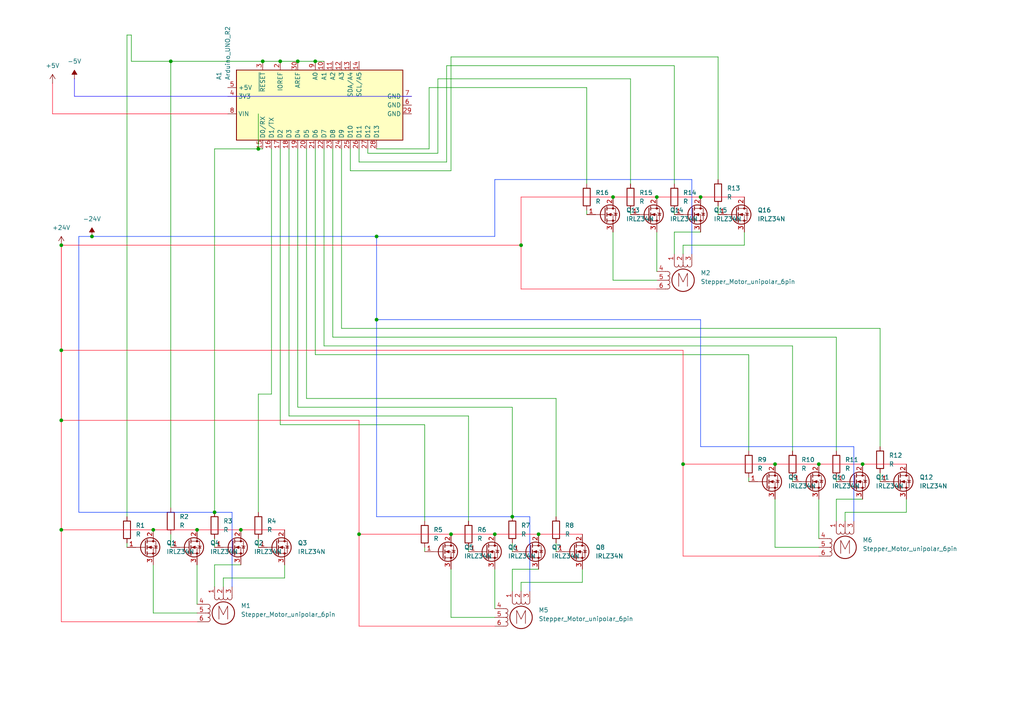
<source format=kicad_sch>
(kicad_sch (version 20250114) (generator "eeschema") (generator_version "9.0")
  (paper "A4")
  (title_block (title "Twiggle Mockup") (date "2025-09-04 @ 15:17") (rev "0.1") (company "Twiggle") (comment 1 "mockup for parts selection") (comment 2 "Prototype by Sebastian Lindau-Skands @lynet101"))
  (lib_symbols
    (symbol "Device:R" (pin_numbers (hide yes)) (pin_names (offset 0))
      (property "Reference" "R" (at 2.032 0 90))
      (property "Value" "R" (at 0 0 90))
      (symbol "R_0_1"
        (rectangle (start -1.016 -2.54) (end 1.016 2.54) (stroke (width 0.254)))
      )
      (symbol "R_1_1"
        (pin passive line (at 0 3.81 270) (length 1.27) (name "~") (number "1"))
        (pin passive line (at 0 -3.81 90) (length 1.27) (name "~") (number "2"))
      )
    )
    (symbol "MCU_Module:Arduino_UNO_R2"
      (property "Reference" "A" (at -10.16 23.495 0))
      (property "Value" "Arduino_UNO_R2" (at 5.08 -26.67 0))
      (symbol "Arduino_UNO_R2_0_1"
        (rectangle (start -10.16 22.86) (end 10.16 -25.4) (stroke (width 0.254)) (fill (type background)))
      )
      (symbol "Arduino_UNO_R2_1_1"
        (pin bidirectional line (at -12.7 15.24 0) (length 2.54) (name "D0/RX") (number "15"))
        (pin bidirectional line (at -12.7 12.7 0) (length 2.54) (name "D1/TX") (number "16"))
        (pin bidirectional line (at -12.7 10.16 0) (length 2.54) (name "D2") (number "17"))
        (pin bidirectional line (at -12.7 7.62 0) (length 2.54) (name "D3") (number "18"))
        (pin bidirectional line (at -12.7 5.08 0) (length 2.54) (name "D4") (number "19"))
        (pin bidirectional line (at -12.7 2.54 0) (length 2.54) (name "D5") (number "20"))
        (pin bidirectional line (at -12.7 0 0) (length 2.54) (name "D6") (number "21"))
        (pin bidirectional line (at -12.7 -2.54 0) (length 2.54) (name "D7") (number "22"))
        (pin bidirectional line (at -12.7 -5.08 0) (length 2.54) (name "D8") (number "23"))
        (pin bidirectional line (at -12.7 -7.62 0) (length 2.54) (name "D9") (number "24"))
        (pin bidirectional line (at -12.7 -10.16 0) (length 2.54) (name "D10") (number "25"))
        (pin bidirectional line (at -12.7 -12.7 0) (length 2.54) (name "D11") (number "26"))
        (pin bidirectional line (at -12.7 -15.24 0) (length 2.54) (name "D12") (number "27"))
        (pin bidirectional line (at -12.7 -17.78 0) (length 2.54) (name "D13") (number "28"))
        (pin no_connect line (at -10.16 -20.32 0) (length 2.54) (hide yes) (name "NC") (number "1"))
        (pin power_in line (at -2.54 25.4 270) (length 2.54) (name "VIN") (number "8"))
        (pin power_in line (at -2.54 -27.94 90) (length 2.54) (name "GND") (number "29"))
        (pin power_in line (at 0 -27.94 90) (length 2.54) (name "GND") (number "6"))
        (pin power_out line (at 2.54 25.4 270) (length 2.54) (name "3V3") (number "4"))
        (pin power_in line (at 2.54 -27.94 90) (length 2.54) (name "GND") (number "7"))
        (pin power_out line (at 5.08 25.4 270) (length 2.54) (name "+5V") (number "5"))
        (pin input line (at 12.7 15.24 180) (length 2.54) (name "~{RESET}") (number "3"))
        (pin output line (at 12.7 10.16 180) (length 2.54) (name "IOREF") (number "2"))
        (pin input line (at 12.7 5.08 180) (length 2.54) (name "AREF") (number "30"))
        (pin bidirectional line (at 12.7 0 180) (length 2.54) (name "A0") (number "9"))
        (pin bidirectional line (at 12.7 -2.54 180) (length 2.54) (name "A1") (number "10"))
        (pin bidirectional line (at 12.7 -5.08 180) (length 2.54) (name "A2") (number "11"))
        (pin bidirectional line (at 12.7 -7.62 180) (length 2.54) (name "A3") (number "12"))
        (pin bidirectional line (at 12.7 -10.16 180) (length 2.54) (name "SDA/A4") (number "13"))
        (pin bidirectional line (at 12.7 -12.7 180) (length 2.54) (name "SCL/A5") (number "14"))
      )
    )
    (symbol "Motor:Stepper_Motor_unipolar_6pin" (pin_names (offset 0) (hide yes))
      (property "Reference" "M" (at 3.81 2.54 0))
      (property "Value" "Stepper_Motor_unipolar_6pin" (at 3.81 1.27 0))
      (symbol "Stepper_Motor_unipolar_6pin_0_0"
        (polyline (pts (xy -1.27 -1.778) (xy -1.27 2.032) (xy 0 -0.508) (xy 1.27 2.032) (xy 1.27 -1.778)))
      )
      (symbol "Stepper_Motor_unipolar_6pin_0_1"
        (polyline (pts (xy -5.08 2.54) (xy -4.445 2.54)))
        (polyline (pts (xy -5.08 -2.54) (xy -4.445 -2.54)))
        (arc (start -4.445 2.54) (mid -3.8127 1.905) (end -4.445 1.27))
        (arc (start -4.445 1.27) (mid -3.8127 0.635) (end -4.445 0))
        (arc (start -4.445 0) (mid -3.8127 -0.635) (end -4.445 -1.27))
        (arc (start -4.445 -1.27) (mid -3.8127 -1.905) (end -4.445 -2.54))
        (polyline (pts (xy -4.445 0) (xy -5.08 0)))
        (polyline (pts (xy -2.54 4.445) (xy -2.54 5.08)))
        (arc (start -1.27 4.445) (mid -1.905 3.8127) (end -2.54 4.445))
        (arc (start 0 4.445) (mid -0.635 3.8127) (end -1.27 4.445))
        (polyline (pts (xy 0 4.445) (xy 0 5.08)))
        (circle (center 0 0) (radius 3.2512) (stroke (width 0.254)))
        (arc (start 1.27 4.445) (mid 0.635 3.8127) (end 0 4.445))
        (arc (start 2.54 4.445) (mid 1.905 3.8127) (end 1.27 4.445))
        (polyline (pts (xy 2.54 4.445) (xy 2.54 5.08)))
      )
      (symbol "Stepper_Motor_unipolar_6pin_1_1"
        (pin passive line (at -7.62 2.54 0) (length 2.54) (name "~") (number "4"))
        (pin passive line (at -7.62 0 0) (length 2.54) (name "~") (number "5"))
        (pin passive line (at -7.62 -2.54 0) (length 2.54) (name "~") (number "6"))
        (pin passive line (at -2.54 7.62 270) (length 2.54) (name "~") (number "1"))
        (pin passive line (at 0 7.62 270) (length 2.54) (name "~") (number "2"))
        (pin passive line (at 2.54 7.62 270) (length 2.54) (name "-") (number "3"))
      )
    )
    (symbol "Transistor_FET:IRLZ34N" (pin_names (hide yes))
      (property "Reference" "Q" (at 5.08 1.905 0))
      (property "Value" "IRLZ34N" (at 5.08 0 0))
      (symbol "IRLZ34N_0_1"
        (polyline (pts (xy 0.254 1.905) (xy 0.254 -1.905)) (stroke (width 0.254)))
        (polyline (pts (xy 0.254 0) (xy -2.54 0)))
        (polyline (pts (xy 0.762 2.286) (xy 0.762 1.27)) (stroke (width 0.254)))
        (polyline (pts (xy 0.762 0.508) (xy 0.762 -0.508)) (stroke (width 0.254)))
        (polyline (pts (xy 0.762 -1.27) (xy 0.762 -2.286)) (stroke (width 0.254)))
        (polyline (pts (xy 0.762 -1.778) (xy 3.302 -1.778) (xy 3.302 1.778) (xy 0.762 1.778)))
        (polyline (pts (xy 1.016 0) (xy 2.032 0.381) (xy 2.032 -0.381) (xy 1.016 0)) (fill (type outline)))
        (circle (center 1.651 0) (radius 2.794) (stroke (width 0.254)))
        (polyline (pts (xy 2.54 2.54) (xy 2.54 1.778)))
        (circle (center 2.54 1.778) (radius 0.254) (fill (type outline)))
        (circle (center 2.54 -1.778) (radius 0.254) (fill (type outline)))
        (polyline (pts (xy 2.54 -2.54) (xy 2.54 0) (xy 0.762 0)))
        (polyline (pts (xy 2.794 0.508) (xy 2.921 0.381) (xy 3.683 0.381) (xy 3.81 0.254)))
        (polyline (pts (xy 3.302 0.381) (xy 2.921 -0.254) (xy 3.683 -0.254) (xy 3.302 0.381)))
      )
      (symbol "IRLZ34N_1_1"
        (pin input line (at -5.08 0 0) (length 2.54) (name "G") (number "1"))
        (pin passive line (at 2.54 5.08 270) (length 2.54) (name "D") (number "2"))
        (pin passive line (at 2.54 -5.08 90) (length 2.54) (name "S") (number "3"))
      )
    )
    (symbol "power:+24V" (power) (pin_numbers (hide yes)) (pin_names (offset 0) (hide yes))
      (property "Value" "+24V" (at 0 3.556 0))
      (symbol "+24V_0_1"
        (polyline (pts (xy -0.762 1.27) (xy 0 2.54)))
        (polyline (pts (xy 0 2.54) (xy 0.762 1.27)))
        (polyline (pts (xy 0 0) (xy 0 2.54)))
      )
      (symbol "+24V_1_1"
        (pin power_in line (at 0 0 90) (length 0) (name "~") (number "1"))
      )
    )
    (symbol "power:+5V" (power) (pin_numbers (hide yes)) (pin_names (offset 0) (hide yes))
      (property "Value" "+5V" (at 0 3.556 0))
      (symbol "+5V_0_1"
        (polyline (pts (xy -0.762 1.27) (xy 0 2.54)))
        (polyline (pts (xy 0 2.54) (xy 0.762 1.27)))
        (polyline (pts (xy 0 0) (xy 0 2.54)))
      )
      (symbol "+5V_1_1"
        (pin power_in line (at 0 0 90) (length 0) (name "~") (number "1"))
      )
    )
    (symbol "power:-24V" (power) (pin_numbers (hide yes)) (pin_names (offset 0) (hide yes))
      (property "Value" "-24V" (at 0 3.556 0))
      (symbol "-24V_0_0"
        (pin power_in line (at 0 0 90) (length 0) (name "~") (number "1"))
      )
      (symbol "-24V_0_1"
        (polyline (pts (xy 0 0) (xy 0 1.27) (xy 0.762 1.27) (xy 0 2.54) (xy -0.762 1.27) (xy 0 1.27)) (fill (type outline)))
      )
    )
    (symbol "power:-5V" (power) (pin_numbers (hide yes)) (pin_names (offset 0) (hide yes))
      (property "Value" "-5V" (at 0 3.556 0))
      (symbol "-5V_0_0"
        (pin power_in line (at 0 0 90) (length 0) (name "~") (number "1"))
      )
      (symbol "-5V_0_1"
        (polyline (pts (xy 0 0) (xy 0 1.27) (xy 0.762 1.27) (xy 0 2.54) (xy -0.762 1.27) (xy 0 1.27)) (fill (type outline)))
      )
    )
  )
  (junction (at 198.12 134.62))
  (junction (at 109.22 68.58))
  (junction (at 86.36 17.78))
  (junction (at 62.23 148.59))
  (junction (at 17.78 121.92))
  (junction (at 177.8 57.15))
  (junction (at 17.78 101.6))
  (junction (at 151.13 71.12))
  (junction (at 17.78 153.67))
  (junction (at 237.49 134.62))
  (junction (at 190.5 57.15))
  (junction (at 44.45 153.67))
  (junction (at 224.79 134.62))
  (junction (at 203.2 57.15))
  (junction (at 76.2 17.78))
  (junction (at 91.44 17.78))
  (junction (at 104.14 154.94))
  (junction (at 81.28 17.78))
  (junction (at 130.81 154.94))
  (junction (at 148.59 149.86))
  (junction (at 57.15 153.67))
  (junction (at 49.53 17.78))
  (junction (at 143.51 154.94))
  (junction (at 156.21 154.94))
  (junction (at 26.67 68.58))
  (junction (at 17.78 71.12))
  (junction (at 250.19 134.62))
  (junction (at 109.22 92.71))
  (junction (at 69.85 153.67))
  (junction (at 74.93 43.18))
  (wire (pts (xy 109.22 149.86) (xy 148.59 149.86)) (stroke (width 0) (color 0 50 255 1)))
  (wire (pts (xy 224.79 134.62) (xy 237.49 134.62)) (stroke (width 0) (color 255 22 46 1)))
  (wire (pts (xy 129.54 46.99) (xy 129.54 19.05)))
  (wire (pts (xy 62.23 43.18) (xy 62.23 148.59)))
  (wire (pts (xy 262.89 148.59) (xy 245.11 148.59)))
  (wire (pts (xy 17.78 153.67) (xy 44.45 153.67)) (stroke (width 0) (color 255 22 46 1)))
  (wire (pts (xy 237.49 134.62) (xy 250.19 134.62)) (stroke (width 0) (color 255 22 46 1)))
  (wire (pts (xy 64.77 167.64) (xy 64.77 170.18)))
  (wire (pts (xy 245.11 148.59) (xy 245.11 151.13)))
  (wire (pts (xy 44.45 153.67) (xy 57.15 153.67)) (stroke (width 0) (color 255 22 46 1)))
  (wire (pts (xy 21.59 27.94) (xy 119.38 27.94)) (stroke (width 0) (color 29 17 255 1)))
  (wire (pts (xy 99.06 43.18) (xy 99.06 95.25)))
  (wire (pts (xy 177.8 57.15) (xy 190.5 57.15)) (stroke (width 0) (color 255 22 46 1)))
  (wire (pts (xy 74.93 33.02) (xy 74.93 43.18)))
  (wire (pts (xy 57.15 163.83) (xy 57.15 175.26)))
  (wire (pts (xy 135.89 160.02) (xy 135.89 158.75)))
  (wire (pts (xy 151.13 168.91) (xy 151.13 171.45)))
  (wire (pts (xy 49.53 154.94) (xy 49.53 158.75)))
  (wire (pts (xy 83.82 120.65) (xy 135.89 120.65)))
  (wire (pts (xy 143.51 154.94) (xy 156.21 154.94)) (stroke (width 0) (color 255 22 46 1)))
  (wire (pts (xy 200.66 52.07) (xy 200.66 73.66)) (stroke (width 0) (color 0 50 255 1)))
  (wire (pts (xy 143.51 52.07) (xy 143.51 68.58)) (stroke (width 0) (color 0 50 255 1)))
  (wire (pts (xy 69.85 163.83) (xy 62.23 163.83)))
  (wire (pts (xy 17.78 101.6) (xy 198.12 101.6)) (stroke (width 0) (color 255 22 46 1)))
  (wire (pts (xy 62.23 148.59) (xy 67.31 148.59)) (stroke (width 0) (color 0 50 255 1)))
  (wire (pts (xy 255.27 129.54) (xy 255.27 95.25)))
  (wire (pts (xy 91.44 102.87) (xy 91.44 43.18)))
  (wire (pts (xy 127 44.45) (xy 127 22.86)))
  (wire (pts (xy 135.89 151.13) (xy 135.89 120.65)))
  (wire (pts (xy 36.83 157.48) (xy 36.83 158.75)))
  (wire (pts (xy 203.2 92.71) (xy 203.2 129.54)) (stroke (width 0) (color 0 50 255 1)))
  (wire (pts (xy 124.46 43.18) (xy 124.46 25.4)))
  (wire (pts (xy 237.49 144.78) (xy 237.49 156.21)))
  (wire (pts (xy 208.28 16.51) (xy 208.28 52.07)))
  (wire (pts (xy 242.57 97.79) (xy 96.52 97.79)))
  (wire (pts (xy 86.36 118.11) (xy 86.36 43.18)))
  (wire (pts (xy 62.23 156.21) (xy 62.23 158.75)))
  (wire (pts (xy 15.24 33.02) (xy 15.24 24.13)) (stroke (width 0) (color 255 8 39 1)))
  (wire (pts (xy 36.83 10.16) (xy 38.1 10.16)))
  (wire (pts (xy 250.19 134.62) (xy 262.89 134.62)) (stroke (width 0) (color 255 22 46 1)))
  (wire (pts (xy 104.14 121.92) (xy 104.14 154.94)) (stroke (width 0) (color 255 22 46 1)))
  (wire (pts (xy 148.59 149.86) (xy 148.59 118.11)))
  (wire (pts (xy 250.19 144.78) (xy 242.57 144.78)))
  (wire (pts (xy 82.55 163.83) (xy 82.55 167.64)))
  (wire (pts (xy 156.21 154.94) (xy 168.91 154.94)) (stroke (width 0) (color 255 22 46 1)))
  (wire (pts (xy 123.19 160.02) (xy 123.19 158.75)))
  (wire (pts (xy 130.81 179.07) (xy 143.51 179.07)))
  (wire (pts (xy 203.2 67.31) (xy 195.58 67.31)))
  (wire (pts (xy 93.98 100.33) (xy 229.87 100.33)))
  (wire (pts (xy 22.86 68.58) (xy 22.86 148.59)) (stroke (width 0) (color 0 50 255 1)))
  (wire (pts (xy 242.57 139.7) (xy 242.57 138.43)))
  (wire (pts (xy 237.49 161.29) (xy 198.12 161.29)) (stroke (width 0) (color 255 22 46 1)))
  (wire (pts (xy 44.45 163.83) (xy 44.45 177.8)))
  (wire (pts (xy 57.15 180.34) (xy 17.78 180.34)) (stroke (width 0) (color 255 22 46 1)))
  (wire (pts (xy 101.6 43.18) (xy 101.6 49.53)))
  (wire (pts (xy 195.58 67.31) (xy 195.58 73.66)))
  (wire (pts (xy 151.13 71.12) (xy 151.13 83.82)) (stroke (width 0) (color 255 22 46 1)))
  (wire (pts (xy 124.46 25.4) (xy 170.18 25.4)))
  (wire (pts (xy 66.04 33.02) (xy 15.24 33.02)) (stroke (width 0) (color 255 8 39 1)))
  (wire (pts (xy 26.67 68.58) (xy 109.22 68.58)) (stroke (width 0) (color 0 50 255 1)))
  (wire (pts (xy 62.23 163.83) (xy 62.23 170.18)))
  (wire (pts (xy 198.12 134.62) (xy 224.79 134.62)) (stroke (width 0) (color 255 22 46 1)))
  (wire (pts (xy 190.5 57.15) (xy 203.2 57.15)) (stroke (width 0) (color 255 22 46 1)))
  (wire (pts (xy 217.17 102.87) (xy 91.44 102.87)))
  (wire (pts (xy 123.19 123.19) (xy 81.28 123.19)))
  (wire (pts (xy 62.23 43.18) (xy 74.93 43.18)))
  (wire (pts (xy 151.13 57.15) (xy 151.13 71.12)) (stroke (width 0) (color 255 22 46 1)))
  (wire (pts (xy 38.1 10.16) (xy 38.1 17.78)))
  (wire (pts (xy 104.14 46.99) (xy 129.54 46.99)))
  (wire (pts (xy 36.83 10.16) (xy 36.83 149.86)))
  (wire (pts (xy 38.1 17.78) (xy 49.53 17.78)))
  (wire (pts (xy 17.78 121.92) (xy 17.78 153.67)) (stroke (width 0) (color 255 22 46 1)))
  (wire (pts (xy 17.78 180.34) (xy 17.78 153.67)) (stroke (width 0) (color 255 22 46 1)))
  (wire (pts (xy 170.18 62.23) (xy 170.18 60.96)))
  (wire (pts (xy 255.27 139.7) (xy 255.27 137.16)))
  (wire (pts (xy 156.21 165.1) (xy 148.59 165.1)))
  (wire (pts (xy 195.58 19.05) (xy 195.58 53.34)))
  (wire (pts (xy 93.98 43.18) (xy 93.98 100.33)))
  (wire (pts (xy 88.9 115.57) (xy 161.29 115.57)))
  (wire (pts (xy 109.22 68.58) (xy 109.22 92.71)) (stroke (width 0) (color 0 50 255 1)))
  (wire (pts (xy 247.65 129.54) (xy 247.65 151.13)) (stroke (width 0) (color 0 50 255 1)))
  (wire (pts (xy 106.68 44.45) (xy 127 44.45)))
  (wire (pts (xy 208.28 59.69) (xy 208.28 62.23)))
  (wire (pts (xy 49.53 17.78) (xy 49.53 147.32)))
  (wire (pts (xy 153.67 149.86) (xy 153.67 171.45)) (stroke (width 0) (color 0 50 255 1)))
  (wire (pts (xy 161.29 149.86) (xy 161.29 115.57)))
  (wire (pts (xy 91.44 17.78) (xy 93.98 17.78)))
  (wire (pts (xy 106.68 43.18) (xy 106.68 44.45)))
  (wire (pts (xy 177.8 81.28) (xy 190.5 81.28)))
  (wire (pts (xy 78.74 43.18) (xy 78.74 114.3)))
  (wire (pts (xy 203.2 129.54) (xy 247.65 129.54)) (stroke (width 0) (color 0 50 255 1)))
  (wire (pts (xy 224.79 144.78) (xy 224.79 158.75)))
  (wire (pts (xy 17.78 71.12) (xy 17.78 101.6)) (stroke (width 0) (color 255 22 46 1)))
  (wire (pts (xy 242.57 144.78) (xy 242.57 151.13)))
  (wire (pts (xy 96.52 97.79) (xy 96.52 43.18)))
  (wire (pts (xy 69.85 153.67) (xy 82.55 153.67)) (stroke (width 0) (color 255 22 46 1)))
  (wire (pts (xy 195.58 60.96) (xy 195.58 62.23)))
  (wire (pts (xy 177.8 67.31) (xy 177.8 81.28)))
  (wire (pts (xy 182.88 53.34) (xy 182.88 22.86)))
  (wire (pts (xy 151.13 71.12) (xy 17.78 71.12)) (stroke (width 0) (color 255 22 46 1)))
  (wire (pts (xy 130.81 16.51) (xy 208.28 16.51)))
  (wire (pts (xy 22.86 148.59) (xy 62.23 148.59)) (stroke (width 0) (color 0 50 255 1)))
  (wire (pts (xy 127 22.86) (xy 182.88 22.86)))
  (wire (pts (xy 101.6 49.53) (xy 130.81 49.53)))
  (wire (pts (xy 44.45 177.8) (xy 57.15 177.8)))
  (wire (pts (xy 215.9 71.12) (xy 198.12 71.12)))
  (wire (pts (xy 190.5 67.31) (xy 190.5 78.74)))
  (wire (pts (xy 22.86 68.58) (xy 26.67 68.58)) (stroke (width 0) (color 0 50 255 1)))
  (wire (pts (xy 242.57 130.81) (xy 242.57 97.79)))
  (wire (pts (xy 217.17 130.81) (xy 217.17 102.87)))
  (wire (pts (xy 78.74 114.3) (xy 74.93 114.3)))
  (wire (pts (xy 17.78 71.12) (xy 17.78 101.6)) (stroke (width 0) (color 255 22 46 1)))
  (wire (pts (xy 123.19 151.13) (xy 123.19 123.19)))
  (wire (pts (xy 143.51 165.1) (xy 143.51 176.53)))
  (wire (pts (xy 148.59 160.02) (xy 148.59 157.48)))
  (wire (pts (xy 203.2 57.15) (xy 215.9 57.15)) (stroke (width 0) (color 255 22 46 1)))
  (wire (pts (xy 82.55 167.64) (xy 64.77 167.64)))
  (wire (pts (xy 88.9 43.18) (xy 88.9 115.57)))
  (wire (pts (xy 109.22 92.71) (xy 109.22 149.86)) (stroke (width 0) (color 0 50 255 1)))
  (wire (pts (xy 130.81 154.94) (xy 143.51 154.94)) (stroke (width 0) (color 255 22 46 1)))
  (wire (pts (xy 104.14 154.94) (xy 130.81 154.94)) (stroke (width 0) (color 255 22 46 1)))
  (wire (pts (xy 74.93 158.75) (xy 74.93 156.21)))
  (wire (pts (xy 198.12 161.29) (xy 198.12 134.62)) (stroke (width 0) (color 255 22 46 1)))
  (wire (pts (xy 182.88 62.23) (xy 182.88 60.96)))
  (wire (pts (xy 109.22 92.71) (xy 203.2 92.71)) (stroke (width 0) (color 0 50 255 1)))
  (wire (pts (xy 198.12 101.6) (xy 198.12 134.62)) (stroke (width 0) (color 255 22 46 1)))
  (wire (pts (xy 198.12 71.12) (xy 198.12 73.66)))
  (wire (pts (xy 215.9 67.31) (xy 215.9 71.12)))
  (wire (pts (xy 109.22 43.18) (xy 124.46 43.18)))
  (wire (pts (xy 83.82 43.18) (xy 83.82 120.65)))
  (wire (pts (xy 148.59 149.86) (xy 153.67 149.86)) (stroke (width 0) (color 0 50 255 1)))
  (wire (pts (xy 130.81 165.1) (xy 130.81 179.07)))
  (wire (pts (xy 99.06 95.25) (xy 255.27 95.25)))
  (wire (pts (xy 74.93 148.59) (xy 74.93 114.3)))
  (wire (pts (xy 57.15 153.67) (xy 69.85 153.67)) (stroke (width 0) (color 255 22 46 1)))
  (wire (pts (xy 170.18 53.34) (xy 170.18 25.4)))
  (wire (pts (xy 49.53 17.78) (xy 76.2 17.78)))
  (wire (pts (xy 148.59 165.1) (xy 148.59 171.45)))
  (wire (pts (xy 151.13 57.15) (xy 177.8 57.15)) (stroke (width 0) (color 255 22 46 1)))
  (wire (pts (xy 86.36 17.78) (xy 91.44 17.78)))
  (wire (pts (xy 81.28 17.78) (xy 86.36 17.78)))
  (wire (pts (xy 217.17 139.7) (xy 217.17 138.43)))
  (wire (pts (xy 129.54 19.05) (xy 195.58 19.05)))
  (wire (pts (xy 17.78 101.6) (xy 17.78 121.92)) (stroke (width 0) (color 255 22 46 1)))
  (wire (pts (xy 76.2 17.78) (xy 81.28 17.78)))
  (wire (pts (xy 67.31 148.59) (xy 67.31 170.18)) (stroke (width 0) (color 0 50 255 1)))
  (wire (pts (xy 190.5 83.82) (xy 151.13 83.82)) (stroke (width 0) (color 255 22 46 1)))
  (wire (pts (xy 130.81 49.53) (xy 130.81 16.51)))
  (wire (pts (xy 148.59 118.11) (xy 86.36 118.11)))
  (wire (pts (xy 104.14 181.61) (xy 104.14 154.94)) (stroke (width 0) (color 255 22 46 1)))
  (wire (pts (xy 168.91 165.1) (xy 168.91 168.91)))
  (wire (pts (xy 143.51 52.07) (xy 200.66 52.07)) (stroke (width 0) (color 0 50 255 1)))
  (wire (pts (xy 104.14 121.92) (xy 17.78 121.92)) (stroke (width 0) (color 255 22 46 1)))
  (wire (pts (xy 104.14 43.18) (xy 104.14 46.99)))
  (wire (pts (xy 224.79 158.75) (xy 237.49 158.75)))
  (wire (pts (xy 21.59 27.94) (xy 21.59 22.86)) (stroke (width 0) (color 29 17 255 1)))
  (wire (pts (xy 229.87 139.7) (xy 229.87 138.43)))
  (wire (pts (xy 143.51 181.61) (xy 104.14 181.61)) (stroke (width 0) (color 255 22 46 1)))
  (wire (pts (xy 17.78 101.6) (xy 17.78 121.92)) (stroke (width 0) (color 255 22 46 1)))
  (wire (pts (xy 74.93 43.18) (xy 76.2 43.18)))
  (wire (pts (xy 168.91 168.91) (xy 151.13 168.91)))
  (wire (pts (xy 109.22 68.58) (xy 143.51 68.58)) (stroke (width 0) (color 0 50 255 1)))
  (wire (pts (xy 262.89 144.78) (xy 262.89 148.59)))
  (wire (pts (xy 81.28 123.19) (xy 81.28 43.18)))
  (wire (pts (xy 161.29 160.02) (xy 161.29 157.48)))
  (wire (pts (xy 229.87 130.81) (xy 229.87 100.33)))
  (symbol (lib_id "Transistor_FET:IRLZ34N") (at 153.67 160.02 0) (unit 1)
    (property "Reference" "Q7" (at 160.02 158.7499 0) (effects (justify left)))
    (property "Value" "IRLZ34N" (at 160.02 161.2899 0) (effects (justify left)))
    (property "Footprint" "Package_TO_SOT_THT:TO-220-3_Vertical" (effects (hide yes)))
    (property "Datasheet" "http://www.infineon.com/dgdl/irlz34npbf.pdf?fileId=5546d462533600a40153567206892720" (effects (hide yes)))
    (property "Description" "30A Id, 55V Vds, 35mOhm Rds, N-Channel HEXFET Power MOSFET, TO-220AB" (effects (hide yes)))
  )
  (symbol (lib_id "Transistor_FET:IRLZ34N") (at 140.97 160.02 0) (unit 1)
    (property "Reference" "Q6" (at 147.32 158.7499 0) (effects (justify left)))
    (property "Value" "IRLZ34N" (at 147.32 161.2899 0) (effects (justify left)))
    (property "Footprint" "Package_TO_SOT_THT:TO-220-3_Vertical" (effects (hide yes)))
    (property "Datasheet" "http://www.infineon.com/dgdl/irlz34npbf.pdf?fileId=5546d462533600a40153567206892720" (effects (hide yes)))
    (property "Description" "30A Id, 55V Vds, 35mOhm Rds, N-Channel HEXFET Power MOSFET, TO-220AB" (effects (hide yes)))
  )
  (symbol (lib_id "Motor:Stepper_Motor_unipolar_6pin") (at 198.12 81.28 0) (unit 1)
    (property "Reference" "M2" (at 203.2 79.159 0) (effects (justify left)))
    (property "Value" "Stepper_Motor_unipolar_6pin" (at 203.2 81.699 0) (effects (justify left)))
    (property "Datasheet" "http://www.infineon.com/dgdl/Application-Note-TLE8110EE_driving_UniPolarStepperMotor_V1.1.pdf?fileId=db3a30431be39b97011be5d0aa0a00b0" (effects (hide yes)))
    (property "Description" "6-wire unipolar stepper motor" (effects (hide yes)))
  )
  (symbol (lib_id "Device:R") (at 49.53 151.13 0) (unit 1)
    (property "Reference" "R2" (at 52.07 149.8599 0) (effects (justify left)))
    (property "Value" "R" (at 52.07 152.3999 0) (effects (justify left)))
    (property "Description" "Resistor" (effects (hide yes)))
  )
  (symbol (lib_id "Device:R") (at 135.89 154.94 0) (unit 1)
    (property "Reference" "R6" (at 138.43 153.6699 0) (effects (justify left)))
    (property "Value" "R" (at 138.43 156.2099 0) (effects (justify left)))
    (property "Description" "Resistor" (effects (hide yes)))
  )
  (symbol (lib_id "power:+5V") (at 15.24 24.13 0) (unit 1)
    (property "Reference" "#PWR01" (effects (hide yes)))
    (property "Value" "+5V" (at 15.24 19.05 0))
    (property "Description" "Power symbol creates a global label with name \"+5V\"" (effects (hide yes)))
  )
  (symbol (lib_id "Transistor_FET:IRLZ34N") (at 166.37 160.02 0) (unit 1)
    (property "Reference" "Q8" (at 172.72 158.7499 0) (effects (justify left)))
    (property "Value" "IRLZ34N" (at 172.72 161.2899 0) (effects (justify left)))
    (property "Footprint" "Package_TO_SOT_THT:TO-220-3_Vertical" (effects (hide yes)))
    (property "Datasheet" "http://www.infineon.com/dgdl/irlz34npbf.pdf?fileId=5546d462533600a40153567206892720" (effects (hide yes)))
    (property "Description" "30A Id, 55V Vds, 35mOhm Rds, N-Channel HEXFET Power MOSFET, TO-220AB" (effects (hide yes)))
  )
  (symbol (lib_id "Device:R") (at 182.88 57.15 0) (unit 1)
    (property "Reference" "R15" (at 185.42 55.8799 0) (effects (justify left)))
    (property "Value" "R" (at 185.42 58.4199 0) (effects (justify left)))
    (property "Description" "Resistor" (effects (hide yes)))
  )
  (symbol (lib_id "Device:R") (at 161.29 153.67 0) (unit 1)
    (property "Reference" "R8" (at 163.83 152.3999 0) (effects (justify left)))
    (property "Value" "R" (at 163.83 154.9399 0) (effects (justify left)))
    (property "Description" "Resistor" (effects (hide yes)))
  )
  (symbol (lib_id "power:-5V") (at 21.59 22.86 0) (unit 1)
    (property "Reference" "#PWR04" (effects (hide yes)))
    (property "Value" "-5V" (at 21.59 17.78 0))
    (property "Description" "Power symbol creates a global label with name \"-5V\"" (effects (hide yes)))
  )
  (symbol (lib_id "Device:R") (at 36.83 153.67 0) (unit 1)
    (property "Reference" "R1" (at 39.37 152.3999 0) (effects (justify left)))
    (property "Value" "R" (at 39.37 154.9399 0) (effects (justify left)))
    (property "Description" "Resistor" (effects (hide yes)))
  )
  (symbol (lib_id "Transistor_FET:IRLZ34N") (at 41.91 158.75 0) (unit 1)
    (property "Reference" "Q1" (at 48.26 157.4799 0) (effects (justify left)))
    (property "Value" "IRLZ34N" (at 48.26 160.0199 0) (effects (justify left)))
    (property "Footprint" "Package_TO_SOT_THT:TO-220-3_Vertical" (effects (hide yes)))
    (property "Datasheet" "http://www.infineon.com/dgdl/irlz34npbf.pdf?fileId=5546d462533600a40153567206892720" (effects (hide yes)))
    (property "Description" "30A Id, 55V Vds, 35mOhm Rds, N-Channel HEXFET Power MOSFET, TO-220AB" (effects (hide yes)))
  )
  (symbol (lib_id "Device:R") (at 123.19 154.94 0) (unit 1)
    (property "Reference" "R5" (at 125.73 153.6699 0) (effects (justify left)))
    (property "Value" "R" (at 125.73 156.2099 0) (effects (justify left)))
    (property "Description" "Resistor" (effects (hide yes)))
  )
  (symbol (lib_id "Transistor_FET:IRLZ34N") (at 222.25 139.7 0) (unit 1)
    (property "Reference" "Q9" (at 228.6 138.4299 0) (effects (justify left)))
    (property "Value" "IRLZ34N" (at 228.6 140.9699 0) (effects (justify left)))
    (property "Footprint" "Package_TO_SOT_THT:TO-220-3_Vertical" (effects (hide yes)))
    (property "Datasheet" "http://www.infineon.com/dgdl/irlz34npbf.pdf?fileId=5546d462533600a40153567206892720" (effects (hide yes)))
    (property "Description" "30A Id, 55V Vds, 35mOhm Rds, N-Channel HEXFET Power MOSFET, TO-220AB" (effects (hide yes)))
  )
  (symbol (lib_id "Transistor_FET:IRLZ34N") (at 200.66 62.23 0) (unit 1)
    (property "Reference" "Q15" (at 207.01 60.9599 0) (effects (justify left)))
    (property "Value" "IRLZ34N" (at 207.01 63.4999 0) (effects (justify left)))
    (property "Footprint" "Package_TO_SOT_THT:TO-220-3_Vertical" (effects (hide yes)))
    (property "Datasheet" "http://www.infineon.com/dgdl/irlz34npbf.pdf?fileId=5546d462533600a40153567206892720" (effects (hide yes)))
    (property "Description" "30A Id, 55V Vds, 35mOhm Rds, N-Channel HEXFET Power MOSFET, TO-220AB" (effects (hide yes)))
  )
  (symbol (lib_id "Transistor_FET:IRLZ34N") (at 247.65 139.7 0) (unit 1)
    (property "Reference" "Q11" (at 254 138.4299 0) (effects (justify left)))
    (property "Value" "IRLZ34N" (at 254 140.9699 0) (effects (justify left)))
    (property "Footprint" "Package_TO_SOT_THT:TO-220-3_Vertical" (effects (hide yes)))
    (property "Datasheet" "http://www.infineon.com/dgdl/irlz34npbf.pdf?fileId=5546d462533600a40153567206892720" (effects (hide yes)))
    (property "Description" "30A Id, 55V Vds, 35mOhm Rds, N-Channel HEXFET Power MOSFET, TO-220AB" (effects (hide yes)))
  )
  (symbol (lib_id "Motor:Stepper_Motor_unipolar_6pin") (at 151.13 179.07 0) (unit 1)
    (property "Reference" "M5" (at 156.21 176.949 0) (effects (justify left)))
    (property "Value" "Stepper_Motor_unipolar_6pin" (at 156.21 179.489 0) (effects (justify left)))
    (property "Datasheet" "http://www.infineon.com/dgdl/Application-Note-TLE8110EE_driving_UniPolarStepperMotor_V1.1.pdf?fileId=db3a30431be39b97011be5d0aa0a00b0" (effects (hide yes)))
    (property "Description" "6-wire unipolar stepper motor" (effects (hide yes)))
  )
  (symbol (lib_id "Transistor_FET:IRLZ34N") (at 54.61 158.75 0) (unit 1)
    (property "Reference" "Q4" (at 60.96 157.4799 0) (effects (justify left)))
    (property "Value" "IRLZ34N" (at 60.96 160.0199 0) (effects (justify left)))
    (property "Footprint" "Package_TO_SOT_THT:TO-220-3_Vertical" (effects (hide yes)))
    (property "Datasheet" "http://www.infineon.com/dgdl/irlz34npbf.pdf?fileId=5546d462533600a40153567206892720" (effects (hide yes)))
    (property "Description" "30A Id, 55V Vds, 35mOhm Rds, N-Channel HEXFET Power MOSFET, TO-220AB" (effects (hide yes)))
  )
  (symbol (lib_id "Transistor_FET:IRLZ34N") (at 260.35 139.7 0) (unit 1)
    (property "Reference" "Q12" (at 266.7 138.4299 0) (effects (justify left)))
    (property "Value" "IRLZ34N" (at 266.7 140.9699 0) (effects (justify left)))
    (property "Footprint" "Package_TO_SOT_THT:TO-220-3_Vertical" (effects (hide yes)))
    (property "Datasheet" "http://www.infineon.com/dgdl/irlz34npbf.pdf?fileId=5546d462533600a40153567206892720" (effects (hide yes)))
    (property "Description" "30A Id, 55V Vds, 35mOhm Rds, N-Channel HEXFET Power MOSFET, TO-220AB" (effects (hide yes)))
  )
  (symbol (lib_id "power:+24V") (at 17.78 71.12 0) (unit 1)
    (property "Reference" "#PWR02" (effects (hide yes)))
    (property "Value" "+24V" (at 17.78 66.04 0))
    (property "Description" "Power symbol creates a global label with name \"+24V\"" (effects (hide yes)))
  )
  (symbol (lib_id "Transistor_FET:IRLZ34N") (at 175.26 62.23 0) (unit 1)
    (property "Reference" "Q13" (at 181.61 60.9599 0) (effects (justify left)))
    (property "Value" "IRLZ34N" (at 181.61 63.4999 0) (effects (justify left)))
    (property "Footprint" "Package_TO_SOT_THT:TO-220-3_Vertical" (effects (hide yes)))
    (property "Datasheet" "http://www.infineon.com/dgdl/irlz34npbf.pdf?fileId=5546d462533600a40153567206892720" (effects (hide yes)))
    (property "Description" "30A Id, 55V Vds, 35mOhm Rds, N-Channel HEXFET Power MOSFET, TO-220AB" (effects (hide yes)))
  )
  (symbol (lib_id "Transistor_FET:IRLZ34N") (at 213.36 62.23 0) (unit 1)
    (property "Reference" "Q16" (at 219.71 60.9599 0) (effects (justify left)))
    (property "Value" "IRLZ34N" (at 219.71 63.4999 0) (effects (justify left)))
    (property "Footprint" "Package_TO_SOT_THT:TO-220-3_Vertical" (effects (hide yes)))
    (property "Datasheet" "http://www.infineon.com/dgdl/irlz34npbf.pdf?fileId=5546d462533600a40153567206892720" (effects (hide yes)))
    (property "Description" "30A Id, 55V Vds, 35mOhm Rds, N-Channel HEXFET Power MOSFET, TO-220AB" (effects (hide yes)))
  )
  (symbol (lib_id "MCU_Module:Arduino_UNO_R2") (at 91.44 30.48 90) (unit 1)
    (property "Reference" "A1" (at 63.5 23.2567 0) (effects (justify left)))
    (property "Value" "Arduino_UNO_R2" (at 66.04 23.2567 0) (effects (justify left)))
    (property "Footprint" "Module:Arduino_UNO_R2" (effects (hide yes)))
    (property "Datasheet" "https://www.arduino.cc/en/Main/arduinoBoardUno" (effects (hide yes)))
    (property "Description" "Arduino UNO Microcontroller Module, release 2" (effects (hide yes)))
  )
  (symbol (lib_id "Transistor_FET:IRLZ34N") (at 234.95 139.7 0) (unit 1)
    (property "Reference" "Q10" (at 241.3 138.4299 0) (effects (justify left)))
    (property "Value" "IRLZ34N" (at 241.3 140.9699 0) (effects (justify left)))
    (property "Footprint" "Package_TO_SOT_THT:TO-220-3_Vertical" (effects (hide yes)))
    (property "Datasheet" "http://www.infineon.com/dgdl/irlz34npbf.pdf?fileId=5546d462533600a40153567206892720" (effects (hide yes)))
    (property "Description" "30A Id, 55V Vds, 35mOhm Rds, N-Channel HEXFET Power MOSFET, TO-220AB" (effects (hide yes)))
  )
  (symbol (lib_id "Device:R") (at 229.87 134.62 0) (unit 1)
    (property "Reference" "R10" (at 232.41 133.3499 0) (effects (justify left)))
    (property "Value" "R" (at 232.41 135.8899 0) (effects (justify left)))
    (property "Description" "Resistor" (effects (hide yes)))
  )
  (symbol (lib_id "Device:R") (at 74.93 152.4 0) (unit 1)
    (property "Reference" "R4" (at 77.47 151.1299 0) (effects (justify left)))
    (property "Value" "R" (at 77.47 153.6699 0) (effects (justify left)))
    (property "Description" "Resistor" (effects (hide yes)))
  )
  (symbol (lib_id "power:-24V") (at 26.67 68.58 0) (unit 1)
    (property "Reference" "#PWR03" (effects (hide yes)))
    (property "Value" "-24V" (at 26.67 63.5 0))
    (property "Description" "Power symbol creates a global label with name \"-24V\"" (effects (hide yes)))
  )
  (symbol (lib_id "Device:R") (at 217.17 134.62 0) (unit 1)
    (property "Reference" "R9" (at 219.71 133.3499 0) (effects (justify left)))
    (property "Value" "R" (at 219.71 135.8899 0) (effects (justify left)))
    (property "Description" "Resistor" (effects (hide yes)))
  )
  (symbol (lib_id "Device:R") (at 242.57 134.62 0) (unit 1)
    (property "Reference" "R11" (at 245.11 133.3499 0) (effects (justify left)))
    (property "Value" "R" (at 245.11 135.8899 0) (effects (justify left)))
    (property "Description" "Resistor" (effects (hide yes)))
  )
  (symbol (lib_id "Device:R") (at 208.28 55.88 0) (unit 1)
    (property "Reference" "R13" (at 210.82 54.6099 0) (effects (justify left)))
    (property "Value" "R" (at 210.82 57.1499 0) (effects (justify left)))
    (property "Description" "Resistor" (effects (hide yes)))
  )
  (symbol (lib_id "Device:R") (at 148.59 153.67 0) (unit 1)
    (property "Reference" "R7" (at 151.13 152.3999 0) (effects (justify left)))
    (property "Value" "R" (at 151.13 154.9399 0) (effects (justify left)))
    (property "Description" "Resistor" (effects (hide yes)))
  )
  (symbol (lib_id "Motor:Stepper_Motor_unipolar_6pin") (at 64.77 177.8 0) (unit 1)
    (property "Reference" "M1" (at 69.85 175.679 0) (effects (justify left)))
    (property "Value" "Stepper_Motor_unipolar_6pin" (at 69.85 178.219 0) (effects (justify left)))
    (property "Datasheet" "http://www.infineon.com/dgdl/Application-Note-TLE8110EE_driving_UniPolarStepperMotor_V1.1.pdf?fileId=db3a30431be39b97011be5d0aa0a00b0" (effects (hide yes)))
    (property "Description" "6-wire unipolar stepper motor" (effects (hide yes)))
  )
  (symbol (lib_id "Device:R") (at 62.23 152.4 0) (unit 1)
    (property "Reference" "R3" (at 64.77 151.1299 0) (effects (justify left)))
    (property "Value" "R" (at 64.77 153.6699 0) (effects (justify left)))
    (property "Description" "Resistor" (effects (hide yes)))
  )
  (symbol (lib_id "Transistor_FET:IRLZ34N") (at 80.01 158.75 0) (unit 1)
    (property "Reference" "Q3" (at 86.36 157.4799 0) (effects (justify left)))
    (property "Value" "IRLZ34N" (at 86.36 160.0199 0) (effects (justify left)))
    (property "Footprint" "Package_TO_SOT_THT:TO-220-3_Vertical" (effects (hide yes)))
    (property "Datasheet" "http://www.infineon.com/dgdl/irlz34npbf.pdf?fileId=5546d462533600a40153567206892720" (effects (hide yes)))
    (property "Description" "30A Id, 55V Vds, 35mOhm Rds, N-Channel HEXFET Power MOSFET, TO-220AB" (effects (hide yes)))
  )
  (symbol (lib_id "Motor:Stepper_Motor_unipolar_6pin") (at 245.11 158.75 0) (unit 1)
    (property "Reference" "M6" (at 250.19 156.629 0) (effects (justify left)))
    (property "Value" "Stepper_Motor_unipolar_6pin" (at 250.19 159.169 0) (effects (justify left)))
    (property "Datasheet" "http://www.infineon.com/dgdl/Application-Note-TLE8110EE_driving_UniPolarStepperMotor_V1.1.pdf?fileId=db3a30431be39b97011be5d0aa0a00b0" (effects (hide yes)))
    (property "Description" "6-wire unipolar stepper motor" (effects (hide yes)))
  )
  (symbol (lib_id "Device:R") (at 255.27 133.35 0) (unit 1)
    (property "Reference" "R12" (at 257.81 132.0799 0) (effects (justify left)))
    (property "Value" "R" (at 257.81 134.6199 0) (effects (justify left)))
    (property "Description" "Resistor" (effects (hide yes)))
  )
  (symbol (lib_id "Transistor_FET:IRLZ34N") (at 67.31 158.75 0) (unit 1)
    (property "Reference" "Q2" (at 73.66 157.4799 0) (effects (justify left)))
    (property "Value" "IRLZ34N" (at 73.66 160.0199 0) (effects (justify left)))
    (property "Footprint" "Package_TO_SOT_THT:TO-220-3_Vertical" (effects (hide yes)))
    (property "Datasheet" "http://www.infineon.com/dgdl/irlz34npbf.pdf?fileId=5546d462533600a40153567206892720" (effects (hide yes)))
    (property "Description" "30A Id, 55V Vds, 35mOhm Rds, N-Channel HEXFET Power MOSFET, TO-220AB" (effects (hide yes)))
  )
  (symbol (lib_id "Device:R") (at 195.58 57.15 0) (unit 1)
    (property "Reference" "R14" (at 198.12 55.8799 0) (effects (justify left)))
    (property "Value" "R" (at 198.12 58.4199 0) (effects (justify left)))
    (property "Description" "Resistor" (effects (hide yes)))
  )
  (symbol (lib_id "Transistor_FET:IRLZ34N") (at 128.27 160.02 0) (unit 1)
    (property "Reference" "Q5" (at 134.62 158.7499 0) (effects (justify left)))
    (property "Value" "IRLZ34N" (at 134.62 161.2899 0) (effects (justify left)))
    (property "Footprint" "Package_TO_SOT_THT:TO-220-3_Vertical" (effects (hide yes)))
    (property "Datasheet" "http://www.infineon.com/dgdl/irlz34npbf.pdf?fileId=5546d462533600a40153567206892720" (effects (hide yes)))
    (property "Description" "30A Id, 55V Vds, 35mOhm Rds, N-Channel HEXFET Power MOSFET, TO-220AB" (effects (hide yes)))
  )
  (symbol (lib_id "Device:R") (at 170.18 57.15 0) (unit 1)
    (property "Reference" "R16" (at 172.72 55.8799 0) (effects (justify left)))
    (property "Value" "R" (at 172.72 58.4199 0) (effects (justify left)))
    (property "Description" "Resistor" (effects (hide yes)))
  )
  (symbol (lib_id "Transistor_FET:IRLZ34N") (at 187.96 62.23 0) (unit 1)
    (property "Reference" "Q14" (at 194.31 60.9599 0) (effects (justify left)))
    (property "Value" "IRLZ34N" (at 194.31 63.4999 0) (effects (justify left)))
    (property "Footprint" "Package_TO_SOT_THT:TO-220-3_Vertical" (effects (hide yes)))
    (property "Datasheet" "http://www.infineon.com/dgdl/irlz34npbf.pdf?fileId=5546d462533600a40153567206892720" (effects (hide yes)))
    (property "Description" "30A Id, 55V Vds, 35mOhm Rds, N-Channel HEXFET Power MOSFET, TO-220AB" (effects (hide yes)))
  )
)
</source>
